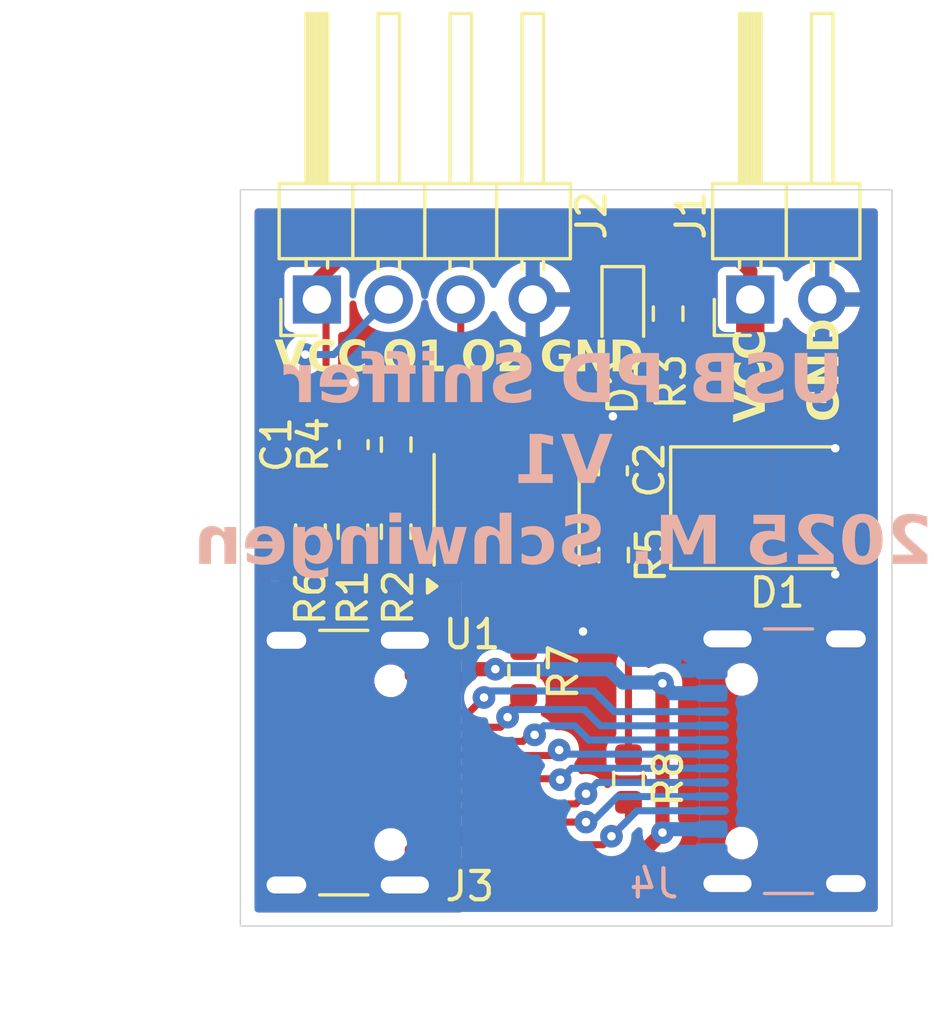
<source format=kicad_pcb>
(kicad_pcb (version 20241229) (generator "pcbnew") (generator_version "9.0")
  (title_block (title "USB-C PD Sniffer for Logic Analyzer") (date "2025-04-13") (rev "1") (company "Michael Schwingen"))
  (layers (0 "F.Cu" signal) (2 "B.Cu" signal) (13 "F.Paste" user) (15 "B.Paste" user) (5 "F.SilkS" user "F.Silkscreen") (7 "B.SilkS" user "B.Silkscreen") (1 "F.Mask" user) (3 "B.Mask" user) (25 "Edge.Cuts" user))
  (net 0 "")
  (net 1 "Net-(J3-D--PadA7)")
  (net 2 "GND")
  (net 3 "Net-(J3-D--PadB7)")
  (net 4 "Net-(J3-D+-PadA6)")
  (net 5 "Net-(J3-SBU1)")
  (net 6 "Net-(J3-D+-PadB6)")
  (net 7 "Net-(J3-VBUS-PadA4)")
  (net 8 "Net-(J3-SBU2)")
  (net 9 "/CC2")
  (net 10 "/CC1")
  (net 11 "VCC")
  (net 12 "/OUT1")
  (net 13 "/OUT2")
  (net 14 "Net-(U1A-+)")
  (net 15 "Net-(U1B-+)")
  (net 16 "/VREF")
  (net 17 "Net-(D2-A)")
  (footprint "Capacitor_SMD:C_0603_1608Metric" (layer "F.Cu") (at 70.5 135.5 90)
    (property "Reference" "C1" (at 0 -2.725 90) (layer "F.SilkS"))
    (property "Value" "100nF")
    (fp_line (start -0.14058 -0.51) (end 0.14058 -0.51) (stroke (width 0.12)) (layer "F.SilkS"))
    (fp_line (start -0.14058 0.51) (end 0.14058 0.51) (stroke (width 0.12)) (layer "F.SilkS"))
    (pad "1" smd roundrect (at -0.775 0 90) (size 0.9 0.95) (layers "F.Cu" "F.Mask" "F.Paste") (net 11 "VCC"))
    (pad "2" smd roundrect (at 0.775 0 90) (size 0.9 0.95) (layers "F.Cu" "F.Mask" "F.Paste") (net 2 "GND"))
  )
  (footprint "LED_SMD:LED_0603_1608Metric_Pad1.05x0.95mm_HandSolder" (layer "F.Cu") (at 80 130.875 -90)
    (property "Reference" "D2" (at 2.6 0 90) (layer "F.SilkS"))
    (property "Value" "LED")
    (fp_line (start -1.66 0.735) (end 0.8 0.735) (stroke (width 0.12)) (layer "F.SilkS"))
    (fp_line (start -1.66 -0.735) (end -1.66 0.735) (stroke (width 0.12)) (layer "F.SilkS"))
    (fp_line (start 0.8 -0.735) (end -1.66 -0.735) (stroke (width 0.12)) (layer "F.SilkS"))
    (pad "1" smd roundrect (at -0.875 0 270) (size 1.05 0.95) (layers "F.Cu" "F.Mask" "F.Paste") (net 2 "GND"))
    (pad "2" smd roundrect (at 0.875 0 270) (size 1.05 0.95) (layers "F.Cu" "F.Mask" "F.Paste") (net 17 "Net-(D2-A)"))
  )
  (footprint "Resistor_SMD:R_0603_1608Metric" (layer "F.Cu") (at 76.5 143.53 90)
    (property "Reference" "R7" (at 0 1.4 90) (layer "F.SilkS"))
    (property "Value" "10k")
    (fp_line (start -0.237258 -0.5225) (end 0.237258 -0.5225) (stroke (width 0.12)) (layer "F.SilkS"))
    (fp_line (start -0.237258 0.5225) (end 0.237258 0.5225) (stroke (width 0.12)) (layer "F.SilkS"))
    (pad "1" smd roundrect (at -0.825 0 90) (size 0.8 0.95) (layers "F.Cu" "F.Mask" "F.Paste") (net 10 "/CC1"))
    (pad "2" smd roundrect (at 0.825 0 90) (size 0.8 0.95) (layers "F.Cu" "F.Mask" "F.Paste") (net 14 "Net-(U1A-+)"))
  )
  (footprint "Resistor_SMD:R_0603_1608Metric" (layer "F.Cu") (at 70.475 138.575 -90)
    (property "Reference" "R1" (at 2.325 0 90) (layer "F.SilkS"))
    (property "Value" "82k")
    (fp_line (start -0.237258 0.5225) (end 0.237258 0.5225) (stroke (width 0.12)) (layer "F.SilkS"))
    (fp_line (start -0.237258 -0.5225) (end 0.237258 -0.5225) (stroke (width 0.12)) (layer "F.SilkS"))
    (pad "1" smd roundrect (at -0.825 0 270) (size 0.8 0.95) (layers "F.Cu" "F.Mask" "F.Paste") (net 11 "VCC"))
    (pad "2" smd roundrect (at 0.825 0 270) (size 0.8 0.95) (layers "F.Cu" "F.Mask" "F.Paste") (net 16 "/VREF"))
  )
  (footprint "Diode_SMD:D_SMB" (layer "F.Cu") (at 85.35 137.73)
    (property "Reference" "D1" (at 0.1 3 0) (layer "F.SilkS"))
    (property "Value" "SM6T6V8A")
    (fp_line (start -3.66 -2.15) (end -3.66 2.15) (stroke (width 0.12)) (layer "F.SilkS"))
    (fp_line (start -3.66 -2.15) (end 2.15 -2.15) (stroke (width 0.12)) (layer "F.SilkS"))
    (fp_line (start -3.66 2.15) (end 2.15 2.15) (stroke (width 0.12)) (layer "F.SilkS"))
    (pad "1" smd roundrect (at -2.15 0) (size 2.5 2.3) (layers "F.Cu" "F.Mask" "F.Paste") (roundrect_rratio 0.1086956522) (net 11 "VCC"))
    (pad "2" smd roundrect (at 2.15 0) (size 2.5 2.3) (layers "F.Cu" "F.Mask" "F.Paste") (roundrect_rratio 0.1086956522) (net 2 "GND"))
  )
  (footprint "Connector_PinHeader_2.54mm:PinHeader_1x02_P2.54mm_Horizontal" (layer "F.Cu") (at 84.5 130.375 90)
    (property "Reference" "J1" (at 2.975 -2.1 90) (layer "F.SilkS"))
    (property "Value" "Conn_01x02_Pin" (hide yes))
    (fp_line (start 4.1 -1.33) (end 1.44 -1.33) (stroke (width 0.12)) (layer "F.SilkS"))
    (fp_line (start 1.44 -1.33) (end 1.44 3.87) (stroke (width 0.12)) (layer "F.SilkS"))
    (fp_line (start -1.27 -1.27) (end 0 -1.27) (stroke (width 0.12)) (layer "F.SilkS"))
    (fp_line (start 10.1 -0.38) (end 10.1 0.38) (stroke (width 0.12)) (layer "F.SilkS"))
    (fp_line (start 4.1 -0.38) (end 10.1 -0.38) (stroke (width 0.12)) (layer "F.SilkS"))
    (fp_line (start 1.11 -0.38) (end 1.44 -0.38) (stroke (width 0.12)) (layer "F.SilkS"))
    (fp_line (start 4.1 -0.32) (end 10.1 -0.32) (stroke (width 0.12)) (layer "F.SilkS"))
    (fp_line (start 4.1 -0.2) (end 10.1 -0.2) (stroke (width 0.12)) (layer "F.SilkS"))
    (fp_line (start 4.1 -0.08) (end 10.1 -0.08) (stroke (width 0.12)) (layer "F.SilkS"))
    (fp_line (start -1.27 0) (end -1.27 -1.27) (stroke (width 0.12)) (layer "F.SilkS"))
    (fp_line (start 4.1 0.04) (end 10.1 0.04) (stroke (width 0.12)) (layer "F.SilkS"))
    (fp_line (start 4.1 0.16) (end 10.1 0.16) (stroke (width 0.12)) (layer "F.SilkS"))
    (fp_line (start 4.1 0.28) (end 10.1 0.28) (stroke (width 0.12)) (layer "F.SilkS"))
    (fp_line (start 10.1 0.38) (end 4.1 0.38) (stroke (width 0.12)) (layer "F.SilkS"))
    (fp_line (start 1.11 0.38) (end 1.44 0.38) (stroke (width 0.12)) (layer "F.SilkS"))
    (fp_line (start 1.44 1.27) (end 4.1 1.27) (stroke (width 0.12)) (layer "F.SilkS"))
    (fp_line (start 10.1 2.16) (end 10.1 2.92) (stroke (width 0.12)) (layer "F.SilkS"))
    (fp_line (start 4.1 2.16) (end 10.1 2.16) (stroke (width 0.12)) (layer "F.SilkS"))
    (fp_line (start 1.042929 2.16) (end 1.44 2.16) (stroke (width 0.12)) (layer "F.SilkS"))
    (fp_line (start 10.1 2.92) (end 4.1 2.92) (stroke (width 0.12)) (layer "F.SilkS"))
    (fp_line (start 1.042929 2.92) (end 1.44 2.92) (stroke (width 0.12)) (layer "F.SilkS"))
    (fp_line (start 4.1 3.87) (end 4.1 -1.33) (stroke (width 0.12)) (layer "F.SilkS"))
    (fp_line (start 1.44 3.87) (end 4.1 3.87) (stroke (width 0.12)) (layer "F.SilkS"))
    (pad "1" thru_hole rect (at 0 0 90) (size 1.7 1.7) (drill 1) (layers "*.Cu" "*.Mask") (net 11 "VCC"))
    (pad "2" thru_hole oval (at 0 2.54 90) (size 1.7 1.7) (drill 1) (layers "*.Cu" "*.Mask") (net 2 "GND"))
  )
  (footprint "Resistor_SMD:R_0603_1608Metric" (layer "F.Cu") (at 72 138.575 90)
    (property "Reference" "R2" (at -2.325 0.075 90) (layer "F.SilkS"))
    (property "Value" "470")
    (fp_line (start -0.237258 -0.5225) (end 0.237258 -0.5225) (stroke (width 0.12)) (layer "F.SilkS"))
    (fp_line (start -0.237258 0.5225) (end 0.237258 0.5225) (stroke (width 0.12)) (layer "F.SilkS"))
    (pad "1" smd roundrect (at -0.825 0 90) (size 0.8 0.95) (layers "F.Cu" "F.Mask" "F.Paste") (net 12 "/OUT1"))
    (pad "2" smd roundrect (at 0.825 0 90) (size 0.8 0.95) (layers "F.Cu" "F.Mask" "F.Paste") (net 11 "VCC"))
  )
  (footprint "Connector_USB:USB_C_Receptacle_GCT_USB4105-xx-A_16P_TopMnt_Horizontal" (layer "F.Cu") (at 69.2 146.73 -90)
    (property "Reference" "J3" (at 4.37 -5.4 0) (layer "F.SilkS"))
    (property "Value" "USB_C_Receptacle_USB2.0_16P" (hide yes))
    (fp_line (start -4.67 -0.1) (end -4.67 -1.8) (stroke (width 0.12)) (layer "F.SilkS"))
    (fp_line (start 4.67 -0.1) (end 4.67 -1.8) (stroke (width 0.12)) (layer "F.SilkS"))
    (pad "" np_thru_hole circle (at -2.89 -2.605 270) (size 0.65 0.65) (drill 0.65) (layers "*.Cu" "*.Mask"))
    (pad "" np_thru_hole circle (at 2.89 -2.605 270) (size 0.65 0.65) (drill 0.65) (layers "*.Cu" "*.Mask"))
    (pad "A1" smd roundrect (at -3.2 -3.68 270) (size 0.6 1.15) (layers "F.Cu" "F.Mask" "F.Paste") (net 2 "GND"))
    (pad "A4" smd roundrect (at -2.4 -3.68 270) (size 0.6 1.15) (layers "F.Cu" "F.Mask" "F.Paste") (net 7 "Net-(J3-VBUS-PadA4)"))
    (pad "A5" smd roundrect (at -1.25 -3.68 270) (size 0.3 1.15) (layers "F.Cu" "F.Mask" "F.Paste") (net 10 "/CC1"))
    (pad "A6" smd roundrect (at -0.25 -3.68 270) (size 0.3 1.15) (layers "F.Cu" "F.Mask" "F.Paste") (net 4 "Net-(J3-D+-PadA6)"))
    (pad "A7" smd roundrect (at 0.25 -3.68 270) (size 0.3 1.15) (layers "F.Cu" "F.Mask" "F.Paste") (net 1 "Net-(J3-D--PadA7)"))
    (pad "A8" smd roundrect (at 1.25 -3.68 270) (size 0.3 1.15) (layers "F.Cu" "F.Mask" "F.Paste") (net 5 "Net-(J3-SBU1)"))
    (pad "A9" smd roundrect (at 2.4 -3.68 270) (size 0.6 1.15) (layers "F.Cu" "F.Mask" "F.Paste") (net 7 "Net-(J3-VBUS-PadA4)"))
    (pad "A12" smd roundrect (at 3.2 -3.68 270) (size 0.6 1.15) (layers "F.Cu" "F.Mask" "F.Paste") (net 2 "GND"))
    (pad "B1" smd roundrect (at 3.2 -3.68 270) (size 0.6 1.15) (layers "F.Cu" "F.Mask" "F.Paste") (net 2 "GND"))
    (pad "B4" smd roundrect (at 2.4 -3.68 270) (size 0.6 1.15) (layers "F.Cu" "F.Mask" "F.Paste") (net 7 "Net-(J3-VBUS-PadA4)"))
    (pad "B5" smd roundrect (at 1.75 -3.68 270) (size 0.3 1.15) (layers "F.Cu" "F.Mask" "F.Paste") (net 9 "/CC2"))
    (pad "B6" smd roundrect (at 0.75 -3.68 270) (size 0.3 1.15) (layers "F.Cu" "F.Mask" "F.Paste") (net 6 "Net-(J3-D+-PadB6)"))
    (pad "B7" smd roundrect (at -0.75 -3.68 270) (size 0.3 1.15) (layers "F.Cu" "F.Mask" "F.Paste") (net 3 "Net-(J3-D--PadB7)"))
    (pad "B8" smd roundrect (at -1.75 -3.68 270) (size 0.3 1.15) (layers "F.Cu" "F.Mask" "F.Paste") (net 8 "Net-(J3-SBU2)"))
    (pad "B9" smd roundrect (at -2.4 -3.68 270) (size 0.6 1.15) (layers "F.Cu" "F.Mask" "F.Paste") (net 7 "Net-(J3-VBUS-PadA4)"))
    (pad "B12" smd roundrect (at -3.2 -3.68 270) (size 0.6 1.15) (layers "F.Cu" "F.Mask" "F.Paste") (net 2 "GND"))
    (pad "S1" thru_hole oval (at -4.32 -3.105 270) (size 1 2.1) (drill oval 0.6 1.7) (property pad_prop_heatsink) (layers "*.Cu" "*.Mask" "F.Paste") (net 2 "GND"))
    (pad "S1" thru_hole oval (at -4.32 1.075 270) (size 1 1.8) (drill oval 0.6 1.4) (property pad_prop_heatsink) (layers "*.Cu" "*.Mask" "F.Paste") (net 2 "GND"))
    (pad "S1" thru_hole oval (at 4.32 -3.105 270) (size 1 2.1) (drill oval 0.6 1.7) (property pad_prop_heatsink) (layers "*.Cu" "*.Mask" "F.Paste") (net 2 "GND"))
    (pad "S1" thru_hole oval (at 4.32 1.075 270) (size 1 1.8) (drill oval 0.6 1.4) (property pad_prop_heatsink) (layers "*.Cu" "*.Mask" "F.Paste") (net 2 "GND"))
  )
  (footprint "Resistor_SMD:R_0603_1608Metric" (layer "F.Cu") (at 80.2 147.305 90)
    (property "Reference" "R8" (at 0 1.4 90) (layer "F.SilkS"))
    (property "Value" "10k")
    (fp_line (start -0.237258 -0.5225) (end 0.237258 -0.5225) (stroke (width 0.12)) (layer "F.SilkS"))
    (fp_line (start -0.237258 0.5225) (end 0.237258 0.5225) (stroke (width 0.12)) (layer "F.SilkS"))
    (pad "1" smd roundrect (at -0.825 0 90) (size 0.8 0.95) (layers "F.Cu" "F.Mask" "F.Paste") (net 9 "/CC2"))
    (pad "2" smd roundrect (at 0.825 0 90) (size 0.8 0.95) (layers "F.Cu" "F.Mask" "F.Paste") (net 15 "Net-(U1B-+)"))
  )
  (footprint "Package_SO:SOIC-8_3.9x4.9mm_P1.27mm" (layer "F.Cu") (at 75.9 137.8 90)
    (property "Reference" "U1" (at -4.4 -1.225 180) (layer "F.SilkS"))
    (property "Value" "LM393")
    (fp_line (start 0 -2.56) (end 1.95 -2.56) (stroke (width 0.12)) (layer "F.SilkS"))
    (fp_line (start 0 -2.56) (end -1.95 -2.56) (stroke (width 0.12)) (layer "F.SilkS"))
    (fp_line (start 0 2.56) (end 1.95 2.56) (stroke (width 0.12)) (layer "F.SilkS"))
    (fp_line (start 0 2.56) (end -1.95 2.56) (stroke (width 0.12)) (layer "F.SilkS"))
    (fp_poly (pts (xy -2.7 -2.465) (xy -2.94 -2.795) (xy -2.46 -2.795) (xy -2.7 -2.465)) (stroke (width 0.12)) (fill yes) (layer "F.SilkS"))
    (pad "1" smd roundrect (at -2.475 -1.905 90) (size 1.95 0.6) (layers "F.Cu" "F.Mask" "F.Paste") (net 12 "/OUT1"))
    (pad "2" smd roundrect (at -2.475 -0.635 90) (size 1.95 0.6) (layers "F.Cu" "F.Mask" "F.Paste") (net 16 "/VREF"))
    (pad "3" smd roundrect (at -2.475 0.635 90) (size 1.95 0.6) (layers "F.Cu" "F.Mask" "F.Paste") (net 14 "Net-(U1A-+)"))
    (pad "4" smd roundrect (at -2.475 1.905 90) (size 1.95 0.6) (layers "F.Cu" "F.Mask" "F.Paste") (net 2 "GND"))
    (pad "5" smd roundrect (at 2.475 1.905 90) (size 1.95 0.6) (layers "F.Cu" "F.Mask" "F.Paste") (net 15 "Net-(U1B-+)"))
    (pad "6" smd roundrect (at 2.475 0.635 90) (size 1.95 0.6) (layers "F.Cu" "F.Mask" "F.Paste") (net 16 "/VREF"))
    (pad "7" smd roundrect (at 2.475 -0.635 90) (size 1.95 0.6) (layers "F.Cu" "F.Mask" "F.Paste") (net 13 "/OUT2"))
    (pad "8" smd roundrect (at 2.475 -1.905 90) (size 1.95 0.6) (layers "F.Cu" "F.Mask" "F.Paste") (net 11 "VCC"))
  )
  (footprint "Connector_PinHeader_2.54mm:PinHeader_1x04_P2.54mm_Horizontal" (layer "F.Cu") (at 69.2 130.375 90)
    (property "Reference" "J2" (at 2.975 9.7 90) (layer "F.SilkS"))
    (property "Value" "Conn_01x04_Pin" (hide yes))
    (fp_line (start 4.1 -1.33) (end 1.44 -1.33) (stroke (width 0.12)) (layer "F.SilkS"))
    (fp_line (start 1.44 -1.33) (end 1.44 8.95) (stroke (width 0.12)) (layer "F.SilkS"))
    (fp_line (start -1.27 -1.27) (end 0 -1.27) (stroke (width 0.12)) (layer "F.SilkS"))
    (fp_line (start 10.1 -0.38) (end 10.1 0.38) (stroke (width 0.12)) (layer "F.SilkS"))
    (fp_line (start 4.1 -0.38) (end 10.1 -0.38) (stroke (width 0.12)) (layer "F.SilkS"))
    (fp_line (start 1.11 -0.38) (end 1.44 -0.38) (stroke (width 0.12)) (layer "F.SilkS"))
    (fp_line (start 4.1 -0.32) (end 10.1 -0.32) (stroke (width 0.12)) (layer "F.SilkS"))
    (fp_line (start 4.1 -0.2) (end 10.1 -0.2) (stroke (width 0.12)) (layer "F.SilkS"))
    (fp_line (start 4.1 -0.08) (end 10.1 -0.08) (stroke (width 0.12)) (layer "F.SilkS"))
    (fp_line (start -1.27 0) (end -1.27 -1.27) (stroke (width 0.12)) (layer "F.SilkS"))
    (fp_line (start 4.1 0.04) (end 10.1 0.04) (stroke (width 0.12)) (layer "F.SilkS"))
    (fp_line (start 4.1 0.16) (end 10.1 0.16) (stroke (width 0.12)) (layer "F.SilkS"))
    (fp_line (start 4.1 0.28) (end 10.1 0.28) (stroke (width 0.12)) (layer "F.SilkS"))
    (fp_line (start 10.1 0.38) (end 4.1 0.38) (stroke (width 0.12)) (layer "F.SilkS"))
    (fp_line (start 1.11 0.38) (end 1.44 0.38) (stroke (width 0.12)) (layer "F.SilkS"))
    (fp_line (start 1.44 1.27) (end 4.1 1.27) (stroke (width 0.12)) (layer "F.SilkS"))
    (fp_line (start 10.1 2.16) (end 10.1 2.92) (stroke (width 0.12)) (layer "F.SilkS"))
    (fp_line (start 4.1 2.16) (end 10.1 2.16) (stroke (width 0.12)) (layer "F.SilkS"))
    (fp_line (start 1.042929 2.16) (end 1.44 2.16) (stroke (width 0.12)) (layer "F.SilkS"))
    (fp_line (start 10.1 2.92) (end 4.1 2.92) (stroke (width 0.12)) (layer "F.SilkS"))
    (fp_line (start 1.042929 2.92) (end 1.44 2.92) (stroke (width 0.12)) (layer "F.SilkS"))
    (fp_line (start 1.44 3.81) (end 4.1 3.81) (stroke (width 0.12)) (layer "F.SilkS"))
    (fp_line (start 10.1 4.7) (end 10.1 5.46) (stroke (width 0.12)) (layer "F.SilkS"))
    (fp_line (start 4.1 4.7) (end 10.1 4.7) (stroke (width 0.12)) (layer "F.SilkS"))
    (fp_line (start 1.042929 4.7) (end 1.44 4.7) (stroke (width 0.12)) (layer "F.SilkS"))
    (fp_line (start 10.1 5.46) (end 4.1 5.46) (stroke (width 0.12)) (layer "F.SilkS"))
    (fp_line (start 1.042929 5.46) (end 1.44 5.46) (stroke (width 0.12)) (layer "F.SilkS"))
    (fp_line (start 1.44 6.35) (end 4.1 6.35) (stroke (width 0.12)) (layer "F.SilkS"))
    (fp_line (start 10.1 7.24) (end 10.1 8) (stroke (width 0.12)) (layer "F.SilkS"))
    (fp_line (start 4.1 7.24) (end 10.1 7.24) (stroke (width 0.12)) (layer "F.SilkS"))
    (fp_line (start 1.042929 7.24) (end 1.44 7.24) (stroke (width 0.12)) (layer "F.SilkS"))
    (fp_line (start 10.1 8) (end 4.1 8) (stroke (width 0.12)) (layer "F.SilkS"))
    (fp_line (start 1.042929 8) (end 1.44 8) (stroke (width 0.12)) (layer "F.SilkS"))
    (fp_line (start 4.1 8.95) (end 4.1 -1.33) (stroke (width 0.12)) (layer "F.SilkS"))
    (fp_line (start 1.44 8.95) (end 4.1 8.95) (stroke (width 0.12)) (layer "F.SilkS"))
    (pad "1" thru_hole rect (at 0 0 90) (size 1.7 1.7) (drill 1) (layers "*.Cu" "*.Mask") (net 11 "VCC"))
    (pad "2" thru_hole oval (at 0 2.54 90) (size 1.7 1.7) (drill 1) (layers "*.Cu" "*.Mask") (net 12 "/OUT1"))
    (pad "3" thru_hole oval (at 0 5.08 90) (size 1.7 1.7) (drill 1) (layers "*.Cu" "*.Mask") (net 13 "/OUT2"))
    (pad "4" thru_hole oval (at 0 7.62 90) (size 1.7 1.7) (drill 1) (layers "*.Cu" "*.Mask") (net 2 "GND"))
  )
  (footprint "Resistor_SMD:R_0603_1608Metric" (layer "F.Cu") (at 81.6 130.875 -90)
    (property "Reference" "R3" (at 2.4 -0.1 90) (layer "F.SilkS"))
    (property "Value" "18k")
    (fp_line (start -0.237258 0.5225) (end 0.237258 0.5225) (stroke (width 0.12)) (layer "F.SilkS"))
    (fp_line (start -0.237258 -0.5225) (end 0.237258 -0.5225) (stroke (width 0.12)) (layer "F.SilkS"))
    (pad "1" smd roundrect (at -0.825 0 270) (size 0.8 0.95) (layers "F.Cu" "F.Mask" "F.Paste") (net 11 "VCC"))
    (pad "2" smd roundrect (at 0.825 0 270) (size 0.8 0.95) (layers "F.Cu" "F.Mask" "F.Paste") (net 17 "Net-(D2-A)"))
  )
  (footprint "Capacitor_SMD:C_0603_1608Metric" (layer "F.Cu") (at 79.65 136.425 90)
    (property "Reference" "C2" (at 0.025 1.295 90) (layer "F.SilkS"))
    (property "Value" "100nF")
    (fp_line (start -0.14058 -0.51) (end 0.14058 -0.51) (stroke (width 0.12)) (layer "F.SilkS"))
    (fp_line (start -0.14058 0.51) (end 0.14058 0.51) (stroke (width 0.12)) (layer "F.SilkS"))
    (pad "1" smd roundrect (at -0.775 0 90) (size 0.9 0.95) (layers "F.Cu" "F.Mask" "F.Paste") (net 16 "/VREF"))
    (pad "2" smd roundrect (at 0.775 0 90) (size 0.9 0.95) (layers "F.Cu" "F.Mask" "F.Paste") (net 2 "GND"))
  )
  (footprint "Resistor_SMD:R_0603_1608Metric" (layer "F.Cu") (at 72 135.5 -90)
    (property "Reference" "R4" (at 0 2.925 90) (layer "F.SilkS"))
    (property "Value" "470")
    (fp_line (start -0.237258 0.5225) (end 0.237258 0.5225) (stroke (width 0.12)) (layer "F.SilkS"))
    (fp_line (start -0.237258 -0.5225) (end 0.237258 -0.5225) (stroke (width 0.12)) (layer "F.SilkS"))
    (pad "1" smd roundrect (at -0.825 0 270) (size 0.8 0.95) (layers "F.Cu" "F.Mask" "F.Paste") (net 13 "/OUT2"))
    (pad "2" smd roundrect (at 0.825 0 270) (size 0.8 0.95) (layers "F.Cu" "F.Mask" "F.Paste") (net 11 "VCC"))
  )
  (footprint "Resistor_SMD:R_0603_1608Metric" (layer "F.Cu") (at 79.675 139.4 -90)
    (property "Reference" "R5" (at 0 -1.325 90) (layer "F.SilkS"))
    (property "Value" "1k")
    (fp_line (start -0.237258 0.5225) (end 0.237258 0.5225) (stroke (width 0.12)) (layer "F.SilkS"))
    (fp_line (start -0.237258 -0.5225) (end 0.237258 -0.5225) (stroke (width 0.12)) (layer "F.SilkS"))
    (pad "1" smd roundrect (at -0.825 0 270) (size 0.8 0.95) (layers "F.Cu" "F.Mask" "F.Paste") (net 16 "/VREF"))
    (pad "2" smd roundrect (at 0.825 0 270) (size 0.8 0.95) (layers "F.Cu" "F.Mask" "F.Paste") (net 2 "GND"))
  )
  (footprint "Resistor_SMD:R_0603_1608Metric" (layer "F.Cu") (at 68.975 138.575 -90)
    (property "Reference" "R6" (at 2.325 0 270) (layer "F.SilkS"))
    (property "Value" "10k")
    (fp_line (start -0.237258 0.5225) (end 0.237258 0.5225) (stroke (width 0.12)) (layer "F.SilkS"))
    (fp_line (start -0.237258 -0.5225) (end 0.237258 -0.5225) (stroke (width 0.12)) (layer "F.SilkS"))
    (pad "1" smd roundrect (at -0.825 0 270) (size 0.8 0.95) (layers "F.Cu" "F.Mask" "F.Paste") (net 11 "VCC"))
    (pad "2" smd roundrect (at 0.825 0 270) (size 0.8 0.95) (layers "F.Cu" "F.Mask" "F.Paste") (net 16 "/VREF"))
  )
  (footprint "Connector_USB:USB_C_Receptacle_GCT_USB4105-xx-A_16P_TopMnt_Horizontal" (layer "B.Cu") (at 86.8 146.68 -90)
    (property "Reference" "J4" (at 4.32 5.7 0) (layer "B.SilkS") (effects (justify mirror)))
    (property "Value" "USB_C_Receptacle_USB2.0_16P" (hide yes))
    (fp_line (start -4.67 0.1) (end -4.67 1.8) (stroke (width 0.12)) (layer "B.SilkS"))
    (fp_line (start 4.67 0.1) (end 4.67 1.8) (stroke (width 0.12)) (layer "B.SilkS"))
    (pad "" np_thru_hole circle (at -2.89 2.605 270) (size 0.65 0.65) (drill 0.65) (layers "*.Cu" "*.Mask"))
    (pad "" np_thru_hole circle (at 2.89 2.605 270) (size 0.65 0.65) (drill 0.65) (layers "*.Cu" "*.Mask"))
    (pad "A1" smd roundrect (at -3.2 3.68 270) (size 0.6 1.15) (layers "B.Cu" "B.Mask" "B.Paste") (net 2 "GND"))
    (pad "A4" smd roundrect (at -2.4 3.68 270) (size 0.6 1.15) (layers "B.Cu" "B.Mask" "B.Paste") (net 7 "Net-(J3-VBUS-PadA4)"))
    (pad "A5" smd roundrect (at -1.25 3.68 270) (size 0.3 1.15) (layers "B.Cu" "B.Mask" "B.Paste") (net 10 "/CC1"))
    (pad "A6" smd roundrect (at -0.25 3.68 270) (size 0.3 1.15) (layers "B.Cu" "B.Mask" "B.Paste") (net 4 "Net-(J3-D+-PadA6)"))
    (pad "A7" smd roundrect (at 0.25 3.68 270) (size 0.3 1.15) (layers "B.Cu" "B.Mask" "B.Paste") (net 1 "Net-(J3-D--PadA7)"))
    (pad "A8" smd roundrect (at 1.25 3.68 270) (size 0.3 1.15) (layers "B.Cu" "B.Mask" "B.Paste") (net 5 "Net-(J3-SBU1)"))
    (pad "A9" smd roundrect (at 2.4 3.68 270) (size 0.6 1.15) (layers "B.Cu" "B.Mask" "B.Paste") (net 7 "Net-(J3-VBUS-PadA4)"))
    (pad "A12" smd roundrect (at 3.2 3.68 270) (size 0.6 1.15) (layers "B.Cu" "B.Mask" "B.Paste") (net 2 "GND"))
    (pad "B1" smd roundrect (at 3.2 3.68 270) (size 0.6 1.15) (layers "B.Cu" "B.Mask" "B.Paste") (net 2 "GND"))
    (pad "B4" smd roundrect (at 2.4 3.68 270) (size 0.6 1.15) (layers "B.Cu" "B.Mask" "B.Paste") (net 7 "Net-(J3-VBUS-PadA4)"))
    (pad "B5" smd roundrect (at 1.75 3.68 270) (size 0.3 1.15) (layers "B.Cu" "B.Mask" "B.Paste") (net 9 "/CC2"))
    (pad "B6" smd roundrect (at 0.75 3.68 270) (size 0.3 1.15) (layers "B.Cu" "B.Mask" "B.Paste") (net 6 "Net-(J3-D+-PadB6)"))
    (pad "B7" smd roundrect (at -0.75 3.68 270) (size 0.3 1.15) (layers "B.Cu" "B.Mask" "B.Paste") (net 3 "Net-(J3-D--PadB7)"))
    (pad "B8" smd roundrect (at -1.75 3.68 270) (size 0.3 1.15) (layers "B.Cu" "B.Mask" "B.Paste") (net 8 "Net-(J3-SBU2)"))
    (pad "B9" smd roundrect (at -2.4 3.68 270) (size 0.6 1.15) (layers "B.Cu" "B.Mask" "B.Paste") (net 7 "Net-(J3-VBUS-PadA4)"))
    (pad "B12" smd roundrect (at -3.2 3.68 270) (size 0.6 1.15) (layers "B.Cu" "B.Mask" "B.Paste") (net 2 "GND"))
    (pad "S1" thru_hole oval (at -4.32 -1.075 270) (size 1 1.8) (drill oval 0.6 1.4) (property pad_prop_heatsink) (layers "*.Cu" "*.Mask" "B.Paste") (net 2 "GND"))
    (pad "S1" thru_hole oval (at -4.32 3.105 270) (size 1 2.1) (drill oval 0.6 1.7) (property pad_prop_heatsink) (layers "*.Cu" "*.Mask" "B.Paste") (net 2 "GND"))
    (pad "S1" thru_hole oval (at 4.32 -1.075 270) (size 1 1.8) (drill oval 0.6 1.4) (property pad_prop_heatsink) (layers "*.Cu" "*.Mask" "B.Paste") (net 2 "GND"))
    (pad "S1" thru_hole oval (at 4.32 3.105 270) (size 1 2.1) (drill oval 0.6 1.7) (property pad_prop_heatsink) (layers "*.Cu" "*.Mask" "B.Paste") (net 2 "GND"))
  )
  (gr_line (start 66.5 126.5) (end 66.5 152.5) (stroke (width 0.05)) (layer "Edge.Cuts"))
  (gr_line (start 89.5 152.5) (end 89.5 126.5) (stroke (width 0.05)) (layer "Edge.Cuts"))
  (gr_line (start 89.5 126.5) (end 66.5 126.5) (stroke (width 0.05)) (layer "Edge.Cuts"))
  (gr_line (start 66.5 152.5) (end 89.5 152.5) (stroke (width 0.05)) (layer "Edge.Cuts"))
  (gr_text "GND" (at 87.8 134.7 90) (layer "F.SilkS") (effects (font (size 1.1 1.05)) (justify left bottom)))
  (gr_text "VCC" (at 85.2 134.73 90) (layer "F.SilkS") (effects (font (size 1.1 1.05)) (justify left bottom)))
  (gr_text "VCC O1 O2 GND" (at 67.7 133.1 0) (layer "F.SilkS") (effects (font (size 1.1 1.05)) (justify left bottom)))
  (gr_text "USB PD Sniffer\nV1\n2025 M. Schwingen" (at 77.9 140 0) (layer "B.SilkS") (effects (font (size 1.7 1.7) (thickness 0.3) (bold yes)) (justify bottom mirror)))
  (segment (start 75.88 146.98) (end 76.2 147.3) (width 0.25) (layer "F.Cu") (net 1))
  (segment (start 72.88 146.98) (end 75.88 146.98) (width 0.25) (layer "F.Cu") (net 1))
  (segment (start 76.2 147.3) (end 77.754047 147.3) (width 0.25) (layer "F.Cu") (net 1))
  (segment (start 77.754047 147.3) (end 77.787715 147.333668) (width 0.25) (layer "F.Cu") (net 1))
  (via (at 77.787715 147.333668) (size 0.8) (drill 0.3) (layers "F.Cu" "B.Cu") (net 1))
  (segment (start 83.62 146.93) (end 78.191383 146.93) (width 0.25) (layer "B.Cu") (net 1))
  (segment (start 78.191383 146.93) (end 77.787715 147.333668) (width 0.25) (layer "B.Cu") (net 1))
  (segment (start 79.275 141.42) (end 78.595 142.1) (width 0.25) (layer "F.Cu") (net 2))
  (segment (start 79 130) (end 78.625 130.375) (width 0.25) (layer "F.Cu") (net 2))
  (segment (start 79.65 135.65) (end 79.65 134.5) (width 0.25) (layer "F.Cu") (net 2))
  (segment (start 72.88 149.93) (end 72.88 150.475) (width 0.5) (layer "F.Cu") (net 2))
  (segment (start 80 130) (end 79 130) (width 0.25) (layer "F.Cu") (net 2))
  (segment (start 77.805 140.275) (end 77.805 141.87) (width 0.25) (layer "F.Cu") (net 2))
  (segment (start 80 130) (end 80 129.975) (width 0.25) (layer "F.Cu") (net 2))
  (segment (start 72.88 143.53) (end 72.88 142.985) (width 0.5) (layer "F.Cu") (net 2))
  (segment (start 72.88 150.475) (end 72.305 151.05) (width 0.5) (layer "F.Cu") (net 2))
  (segment (start 77.805 141.87) (end 78.035 142.1) (width 0.25) (layer "F.Cu") (net 2))
  (segment (start 87.5 137.73) (end 87.5 135.63) (width 1) (layer "F.Cu") (net 2))
  (segment (start 79.675 141.42) (end 79.275 141.42) (width 0.25) (layer "F.Cu") (net 2))
  (segment (start 70.5 133.3) (end 70.5 134.725) (width 0.25) (layer "F.Cu") (net 2))
  (segment (start 78.625 130.375) (end 76.82 130.375) (width 0.25) (layer "F.Cu") (net 2))
  (segment (start 72.88 142.985) (end 72.305 142.41) (width 0.5) (layer "F.Cu") (net 2))
  (segment (start 87.5 137.73) (end 87.5 140.08) (width 1) (layer "F.Cu") (net 2))
  (segment (start 78.035 142.1) (end 78.595 142.1) (width 0.25) (layer "F.Cu") (net 2))
  (segment (start 80 129.975) (end 79.975 130) (width 0.25) (layer "F.Cu") (net 2))
  (segment (start 79.675 140.225) (end 79.675 141.42) (width 0.25) (layer "F.Cu") (net 2))
  (via (at 87.5 135.63) (size 0.8) (drill 0.3) (layers "F.Cu" "B.Cu") (net 2))
  (via (at 79.65 134.5) (size 0.8) (drill 0.3) (layers "F.Cu" "B.Cu") (net 2))
  (via (at 87.5 140.08) (size 0.8) (drill 0.3) (layers "F.Cu" "B.Cu") (net 2))
  (via (at 78.595 142.1) (size 0.8) (drill 0.3) (layers "F.Cu" "B.Cu") (net 2))
  (via (at 70.5 133.3) (size 0.8) (drill 0.3) (layers "F.Cu" "B.Cu") (net 2))
  (segment (start 83.12 142.935) (end 83.695 142.36) (width 0.5) (layer "B.Cu") (net 2))
  (segment (start 83.12 149.88) (end 83.12 150.425) (width 0.4) (layer "B.Cu") (net 2))
  (segment (start 83.12 143.48) (end 83.12 142.935) (width 0.5) (layer "B.Cu") (net 2))
  (segment (start 83.12 150.425) (end 83.695 151) (width 0.4) (layer "B.Cu") (net 2))
  (segment (start 76.471846 145.98) (end 72.88 145.98) (width 0.25) (layer "F.Cu") (net 3))
  (segment (start 76.8435 145.773635) (end 76.868257 145.748878) (width 0.25) (layer "F.Cu") (net 3))
  (segment (start 76.886576 145.748878) (end 76.702968 145.748878) (width 0.25) (layer "F.Cu") (net 3))
  (segment (start 76.868257 145.748878) (end 76.886576 145.748878) (width 0.25) (layer "F.Cu") (net 3))
  (segment (start 76.702968 145.748878) (end 76.471846 145.98) (width 0.25) (layer "F.Cu") (net 3))
  (segment (start 76.8435 145.7865) (end 76.8435 145.773635) (width 0.25) (layer "F.Cu") (net 3))
  (via (at 76.886576 145.748878) (size 0.8) (drill 0.3) (layers "F.Cu" "B.Cu") (net 3))
  (segment (start 78.8 145.93) (end 78.3 145.43) (width 0.25) (layer "B.Cu") (net 3))
  (segment (start 78.3 145.43) (end 77.205454 145.43) (width 0.25) (layer "B.Cu") (net 3))
  (segment (start 77.205454 145.43) (end 76.886576 145.748878) (width 0.25) (layer "B.Cu") (net 3))
  (segment (start 83.62 145.93) (end 78.8 145.93) (width 0.25) (layer "B.Cu") (net 3))
  (segment (start 77.739039 146.290961) (end 77.748291 146.290961) (width 0.25) (layer "F.Cu") (net 4))
  (segment (start 77.559252 146.48) (end 77.754252 146.285) (width 0.25) (layer "F.Cu") (net 4))
  (segment (start 77.55 146.48) (end 77.739039 146.290961) (width 0.25) (layer "F.Cu") (net 4))
  (segment (start 72.88 146.48) (end 77.559252 146.48) (width 0.25) (layer "F.Cu") (net 4))
  (segment (start 77.748291 146.290961) (end 77.754252 146.285) (width 0.25) (layer "F.Cu") (net 4))
  (via (at 77.754252 146.285) (size 0.8) (drill 0.3) (layers "F.Cu" "B.Cu") (net 4))
  (segment (start 83.62 146.43) (end 77.899252 146.43) (width 0.25) (layer "B.Cu") (net 4))
  (segment (start 77.899252 146.43) (end 77.754252 146.285) (width 0.25) (layer "B.Cu") (net 4))
  (segment (start 75.83 148.83) (end 78.7 148.83) (width 0.25) (layer "F.Cu") (net 5))
  (segment (start 72.88 147.98) (end 74.98 147.98) (width 0.25) (layer "F.Cu") (net 5))
  (segment (start 74.98 147.98) (end 75.83 148.83) (width 0.25) (layer "F.Cu") (net 5))
  (via (at 78.7 148.83) (size 0.8) (drill 0.3) (layers "F.Cu" "B.Cu") (net 5))
  (segment (start 79.809153 147.93) (end 78.909153 148.83) (width 0.25) (layer "B.Cu") (net 5))
  (segment (start 83.62 147.93) (end 79.809153 147.93) (width 0.25) (layer "B.Cu") (net 5))
  (segment (start 78.909153 148.83) (end 78.7 148.83) (width 0.25) (layer "B.Cu") (net 5))
  (segment (start 75.38 147.48) (end 76.088668 148.188668) (width 0.25) (layer "F.Cu") (net 6))
  (segment (start 76.088668 148.188668) (end 78.341332 148.188668) (width 0.25) (layer "F.Cu") (net 6))
  (segment (start 72.88 147.48) (end 75.38 147.48) (width 0.25) (layer "F.Cu") (net 6))
  (segment (start 78.341332 148.188668) (end 78.7 147.83) (width 0.25) (layer "F.Cu") (net 6))
  (via (at 78.7 147.83) (size 0.8) (drill 0.3) (layers "F.Cu" "B.Cu") (net 6))
  (segment (start 79.1 147.43) (end 78.7 147.83) (width 0.25) (layer "B.Cu") (net 6))
  (segment (start 83.62 147.43) (end 79.1 147.43) (width 0.25) (layer "B.Cu") (net 6))
  (segment (start 81.4 149.2) (end 81.4 143.93) (width 0.5) (layer "F.Cu") (net 7))
  (segment (start 79.78593 150.53) (end 79.78593 150.51407) (width 0.5) (layer "F.Cu") (net 7))
  (segment (start 74.77 143.43) (end 75.5 143.43) (width 0.5) (layer "F.Cu") (net 7))
  (segment (start 72.88 149.13) (end 74.1 149.13) (width 0.5) (layer "F.Cu") (net 7))
  (segment (start 74.1 149.13) (end 75.5 150.53) (width 0.5) (layer "F.Cu") (net 7))
  (segment (start 80.08593 150.51407) (end 81.4 149.2) (width 0.5) (layer "F.Cu") (net 7))
  (segment (start 73.87 144.33) (end 74.77 143.43) (width 0.5) (layer "F.Cu") (net 7))
  (segment (start 75.5 150.53) (end 79.78593 150.53) (width 0.5) (layer "F.Cu") (net 7))
  (segment (start 79.78593 150.51407) (end 80.08593 150.51407) (width 0.5) (layer "F.Cu") (net 7))
  (segment (start 72.88 144.33) (end 73.87 144.33) (width 0.5) (layer "F.Cu") (net 7))
  (via (at 75.5 143.43) (size 0.8) (drill 0.3) (layers "F.Cu" "B.Cu") (net 7))
  (via (at 81.4 143.93) (size 0.8) (drill 0.3) (layers "F.Cu" "B.Cu") (net 7))
  (via (at 81.4 149.2) (size 0.8) (drill 0.3) (layers "F.Cu" "B.Cu") (net 7))
  (segment (start 81.4 143.93) (end 81.75 144.28) (width 0.5) (layer "B.Cu") (net 7))
  (segment (start 80 143.9) (end 79.53 143.43) (width 0.5) (layer "B.Cu") (net 7))
  (segment (start 81.75 144.28) (end 83.12 144.28) (width 0.5) (layer "B.Cu") (net 7))
  (segment (start 81.4 143.93) (end 81.37 143.9) (width 0.5) (layer "B.Cu") (net 7))
  (segment (start 81.52 149.08) (end 83.12 149.08) (width 0.5) (layer "B.Cu") (net 7))
  (segment (start 81.37 143.9) (end 80 143.9) (width 0.5) (layer "B.Cu") (net 7))
  (segment (start 79.53 143.43) (end 75.5 143.43) (width 0.5) (layer "B.Cu") (net 7))
  (segment (start 81.4 149.2) (end 81.52 149.08) (width 0.5) (layer "B.Cu") (net 7))
  (segment (start 72.88 144.98) (end 74.55 144.98) (width 0.25) (layer "F.Cu") (net 8))
  (segment (start 74.55 144.98) (end 75.1 144.43) (width 0.25) (layer "F.Cu") (net 8))
  (via (at 75.1 144.43) (size 0.8) (drill 0.3) (layers "F.Cu" "B.Cu") (net 8))
  (segment (start 75.33 144.2) (end 75.1 144.43) (width 0.25) (layer "B.Cu") (net 8))
  (segment (start 78.97 144.2) (end 75.33 144.2) (width 0.25) (layer "B.Cu") (net 8))
  (segment (start 79.7 144.93) (end 78.97 144.2) (width 0.25) (layer "B.Cu") (net 8))
  (segment (start 83.62 144.93) (end 79.7 144.93) (width 0.25) (layer "B.Cu") (net 8))
  (segment (start 79.3 149.63) (end 79.6 149.33) (width 0.25) (layer "F.Cu") (net 9))
  (segment (start 79.6 149.33) (end 80.2 148.73) (width 0.25) (layer "F.Cu") (net 9))
  (segment (start 80.2 148.73) (end 80.2 148.13) (width 0.25) (layer "F.Cu") (net 9))
  (segment (start 72.88 148.48) (end 74.565 148.48) (width 0.25) (layer "F.Cu") (net 9))
  (segment (start 75.715 149.63) (end 79.3 149.63) (width 0.25) (layer "F.Cu") (net 9))
  (segment (start 74.565 148.48) (end 75.715 149.63) (width 0.25) (layer "F.Cu") (net 9))
  (via (at 79.6 149.33) (size 0.8) (drill 0.3) (layers "F.Cu" "B.Cu") (net 9))
  (segment (start 80.5 148.43) (end 79.6 149.33) (width 0.25) (layer "B.Cu") (net 9))
  (segment (start 83.62 148.43) (end 80.5 148.43) (width 0.25) (layer "B.Cu") (net 9))
  (segment (start 76.043951 145.117859) (end 75.939834 145.117859) (width 0.25) (layer "F.Cu") (net 10))
  (segment (start 72.88 145.48) (end 75.68181 145.48) (width 0.25) (layer "F.Cu") (net 10))
  (segment (start 76.1 144.755) (end 76.1 145.06181) (width 0.25) (layer "F.Cu") (net 10))
  (segment (start 75.68181 145.48) (end 75.85181 145.31) (width 0.25) (layer "F.Cu") (net 10))
  (segment (start 75.85181 145.31) (end 75.85181 145.205883) (width 0.25) (layer "F.Cu") (net 10))
  (segment (start 76.1 145.06181) (end 76.043951 145.117859) (width 0.25) (layer "F.Cu") (net 10))
  (segment (start 75.939834 145.117859) (end 75.932693 145.125) (width 0.25) (layer "F.Cu") (net 10))
  (segment (start 76.5 144.355) (end 76.1 144.755) (width 0.25) (layer "F.Cu") (net 10))
  (segment (start 75.85181 145.205883) (end 75.932693 145.125) (width 0.25) (layer "F.Cu") (net 10))
  (via (at 75.932693 145.125) (size 0.8) (drill 0.3) (layers "F.Cu" "B.Cu") (net 10))
  (segment (start 78.639738 144.855) (end 76.202693 144.855) (width 0.25) (layer "B.Cu") (net 10))
  (segment (start 76.202693 144.855) (end 75.932693 145.125) (width 0.25) (layer "B.Cu") (net 10))
  (segment (start 79.214738 145.43) (end 78.639738 144.855) (width 0.25) (layer "B.Cu") (net 10))
  (segment (start 83.62 145.43) (end 79.214738 145.43) (width 0.25) (layer "B.Cu") (net 10))
  (segment (start 70.125 136.275) (end 69.525 135.675) (width 0.25) (layer "F.Cu") (net 11))
  (segment (start 84.5 129.375) (end 84.5 130.375) (width 0.5) (layer "F.Cu") (net 11))
  (segment (start 69.2 130.375) (end 69.2 130.2) (width 0.25) (layer "F.Cu") (net 11))
  (segment (start 69.2 130.375) (end 69.2 131.105) (width 0.25) (layer "F.Cu") (net 11))
  (segment (start 68.975 137.75) (end 72 137.75) (width 0.25) (layer "F.Cu") (net 11))
  (segment (start 73.995 136.08) (end 73.75 136.325) (width 0.25) (layer "F.Cu") (net 11))
  (segment (start 69.525 130.7) (end 69.2 130.375) (width 0.25) (layer "F.Cu") (net 11))
  (segment (start 72 137.75) (end 72 136.325) (width 0.25) (layer "F.Cu") (net 11))
  (segment (start 83.2 134) (end 84.5 132.7) (width 1) (layer "F.Cu") (net 11))
  (segment (start 70.5 136.275) (end 70.125 136.275) (width 0.25) (layer "F.Cu") (net 11))
  (segment (start 83.825 128.7) (end 84.5 129.375) (width 0.5) (layer "F.Cu") (net 11))
  (segment (start 70.23 128.7) (end 80.6 128.7) (width 0.5) (layer "F.Cu") (net 11))
  (segment (start 84.5 132.7) (end 84.5 130.375) (width 1) (layer "F.Cu") (net 11))
  (segment (start 73.995 135.325) (end 73.995 136.08) (width 0.25) (layer "F.Cu") (net 11))
  (segment (start 69.2 130.375) (end 69.2 129.73) (width 0.5) (layer "F.Cu") (net 11))
  (segment (start 69.2 129.73) (end 70.23 128.7) (width 0.5) (layer "F.Cu") (net 11))
  (segment (start 73.75 136.325) (end 72 136.325) (width 0.25) (layer "F.Cu") (net 11))
  (segment (start 83.2 137.73) (end 83.2 134) (width 1) (layer "F.Cu") (net 11))
  (segment (start 81.6 130.05) (end 81.6 128.7) (width 0.25) (layer "F.Cu") (net 11))
  (segment (start 72 136.325) (end 70.55 136.325) (width 0.25) (layer "F.Cu") (net 11))
  (segment (start 80.1 128.7) (end 81.6 128.7) (width 0.5) (layer "F.Cu") (net 11))
  (segment (start 70.55 136.325) (end 70.5 136.275) (width 0.25) (layer "F.Cu") (net 11))
  (segment (start 69.525 135.675) (end 69.525 130.7) (width 0.25) (layer "F.Cu") (net 11))
  (segment (start 71.95 136.275) (end 72 136.325) (width 0.25) (layer "F.Cu") (net 11))
  (segment (start 81.6 128.7) (end 83.825 128.7) (width 0.5) (layer "F.Cu") (net 11))
  (segment (start 68 137.1) (end 68.795 136.305) (width 0.25) (layer "F.Cu") (net 12))
  (segment (start 72.075 139.4) (end 72.075 140.275) (width 0.25) (layer "F.Cu") (net 12))
  (segment (start 72 139.4) (end 72.075 139.4) (width 0.25) (layer "F.Cu") (net 12))
  (segment (start 73.995 140.275) (end 72.075 140.275) (width 0.25) (layer "F.Cu") (net 12))
  (segment (start 72.075 140.275) (end 68 140.275) (width 0.25) (layer "F.Cu") (net 12))
  (segment (start 68 140.275) (end 68 137.1) (width 0.25) (layer "F.Cu") (net 12))
  (segment (start 68.795 136.305) (end 68.795 132.32) (width 0.25) (layer "F.Cu") (net 12))
  (via (at 68.795 132.32) (size 0.8) (drill 0.3) (layers "F.Cu" "B.Cu") (net 12))
  (segment (start 68.795 132.32) (end 69.795 132.32) (width 0.25) (layer "B.Cu") (net 12))
  (segment (start 71.74 130.375) (end 69.795 132.32) (width 0.25) (layer "B.Cu") (net 12))
  (segment (start 72 133.675) (end 72 134.675) (width 0.25) (layer "F.Cu") (net 13))
  (segment (start 72.455 133.22) (end 74.795 133.22) (width 0.25) (layer "F.Cu") (net 13))
  (segment (start 74.795 133.22) (end 75.265 133.69) (width 0.25) (layer "F.Cu") (net 13))
  (segment (start 72.455 133.22) (end 72 133.675) (width 0.25) (layer "F.Cu") (net 13))
  (segment (start 75.265 133.69) (end 75.265 135.325) (width 0.25) (layer "F.Cu") (net 13))
  (segment (start 74.28 130.375) (end 74.28 133.2) (width 0.25) (layer "F.Cu") (net 13))
  (segment (start 76.535 142.67) (end 76.5 142.705) (width 0.25) (layer "F.Cu") (net 14))
  (segment (start 76.535 140.275) (end 76.535 142.67) (width 0.25) (layer "F.Cu") (net 14))
  (segment (start 77.805 134.27) (end 77.805 135.325) (width 0.25) (layer "F.Cu") (net 15))
  (segment (start 80.2 146.48) (end 80.2 143.2) (width 0.25) (layer "F.Cu") (net 15))
  (segment (start 80.2 143.2) (end 81.1 142.3) (width 0.25) (layer "F.Cu") (net 15))
  (segment (start 79.85 133.6) (end 78.475 133.6) (width 0.25) (layer "F.Cu") (net 15))
  (segment (start 81.1 134.85) (end 79.85 133.6) (width 0.25) (layer "F.Cu") (net 15))
  (segment (start 77.805 135.325) (end 77.805 135.595) (width 0.25) (layer "F.Cu") (net 15))
  (segment (start 78.475 133.6) (end 77.805 134.27) (width 0.25) (layer "F.Cu") (net 15))
  (segment (start 81.1 142.3) (end 81.1 134.85) (width 0.25) (layer "F.Cu") (net 15))
  (segment (start 79.65 137.2) (end 79.65 138.55) (width 0.25) (layer "F.Cu") (net 16))
  (segment (start 75.265 138.605) (end 75.295 138.575) (width 0.25) (layer "F.Cu") (net 16))
  (segment (start 70.475 139.4) (end 70.475 138.9) (width 0.25) (layer "F.Cu") (net 16))
  (segment (start 68.975 139.4) (end 70.475 139.4) (width 0.25) (layer "F.Cu") (net 16))
  (segment (start 76.495 138.575) (end 79.675 138.575) (width 0.25) (layer "F.Cu") (net 16))
  (segment (start 79.65 138.55) (end 79.675 138.575) (width 0.25) (layer "F.Cu") (net 16))
  (segment (start 70.8 138.575) (end 75.295 138.575) (width 0.25) (layer "F.Cu") (net 16))
  (segment (start 70.475 138.9) (end 70.8 138.575) (width 0.25) (layer "F.Cu") (net 16))
  (segment (start 75.265 140.275) (end 75.265 138.605) (width 0.25) (layer "F.Cu") (net 16))
  (segment (start 76.535 138.535) (end 76.495 138.575) (width 0.25) (layer "F.Cu") (net 16))
  (segment (start 75.295 138.575) (end 76.495 138.575) (width 0.25) (layer "F.Cu") (net 16))
  (segment (start 76.535 135.325) (end 76.535 138.535) (width 0.25) (layer "F.Cu") (net 16))
  (segment (start 80 131.75) (end 81.55 131.75) (width 0.25) (layer "F.Cu") (net 17))
  (segment (start 81.55 131.75) (end 81.6 131.7) (width 0.25) (layer "F.Cu") (net 17))
  (zone (net 2) (net_name "GND") (layers "F.Cu" "B.Cu") (connect_pads (clearance 0.3)) (min_thickness 0.25) (fill yes (thermal_gap 0.5) (thermal_bridge_width 0.5))
    (polygon (pts (xy 89 152) (xy 67 152) (xy 67 127.16) (xy 89 127.16)))
  )
  (zone (net 2) (net_name "GND") (layers "F.Cu" "B.Cu") (priority 1) (connect_pads yes (clearance 0.3)) (min_thickness 0.25) (fill yes (thermal_gap 0.5) (thermal_bridge_width 0.5))
    (polygon (pts (xy 74.3 140.32) (xy 74.3 152.02) (xy 67 152.02) (xy 67 140.32)))
  )
  (zone (net 2) (net_name "GND") (layers "F.Cu" "B.Cu") (priority 2) (connect_pads yes (clearance 0.3)) (min_thickness 0.25) (fill yes (thermal_gap 0.5) (thermal_bridge_width 0.5))
    (polygon (pts (xy 89 152) (xy 81.8 152) (xy 81.9 150.3) (xy 82.7 149.5) (xy 82.7 143.6) (xy 81.9 142.9) (xy 81.9 141.1) (xy 85.2 140.3) (xy 85.2 134.9) (xy 89 134.9)))
  )
)
</source>
